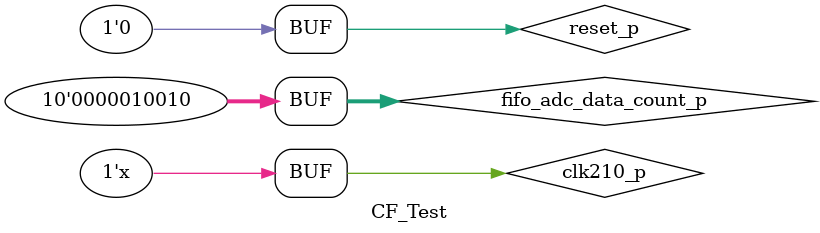
<source format=v>
`timescale 1ns / 1ps


module CF_Test();
    wire fifo_adc_rd_en_p;
    wire [15:0] result_a;
    wire [7:0]  result_c;
    wire [20:0] error;
    reg [9:0]   fifo_adc_data_count_p;
    reg [79:0]  fifo_adc_dout_p;
    
    reg clk210_p = 0;
    reg reset_p  = 0;
    reg [15:0] inputdata [1:16];
    reg [4:0] index = 1;
    processing_top CF_Test(
    .clk210_p                   (clk210_p),                   // INPUT  -  1 bit  - 210 MHz clock
    .reset_p                    (reset_p),                    // INPUT  -  1 bit  - reset
    .fifo_adc_rd_en_p           (fifo_adc_rd_en_p),           // OUTPUT -  1 bit  - read enable to the preprocessing FIFO
    .fifo_adc_data_count_p      (fifo_adc_data_count_p),      // INPUT  - 10 bits - data count of the preprocessing FIFO
    .fifo_adc_dout_p            (fifo_adc_dout_p),            // INPUT  - 80 bits - data out from the preprocessing FIFO (64 bit time stamp and 16 bit ADC value)
    .result_a                   (result_a),
    .result_c                   (result_c),
    .error                      (error)
    );

    
    always
        #1  clk210_p=~clk210_p;
    initial
    begin
        inputdata[1]<=5166;
        inputdata[2]<=5668;
        inputdata[3]<=6142;
        inputdata[4]<=6570;
        inputdata[5]<=6936;
        inputdata[6]<=7224;
        inputdata[7]<=7448;
        inputdata[8]<=7598;
        inputdata[9]<=7686;
        inputdata[10]<=7726;
        inputdata[11]<=7740;
        inputdata[12]<=7684;
        inputdata[13]<=7594;
        inputdata[14]<=7494;
        inputdata[15]<=7354;
        inputdata[16]<=7190;
        #10 reset_p= 1;
        #50 reset_p= 0;
        fifo_adc_data_count_p = 'd18;
    end
    
    always @(posedge clk210_p)
    begin
        if(fifo_adc_rd_en_p & (index < 'd17))
        begin
            fifo_adc_dout_p <= inputdata[index];
            index <= index + 1;
        end
    end
endmodule

</source>
